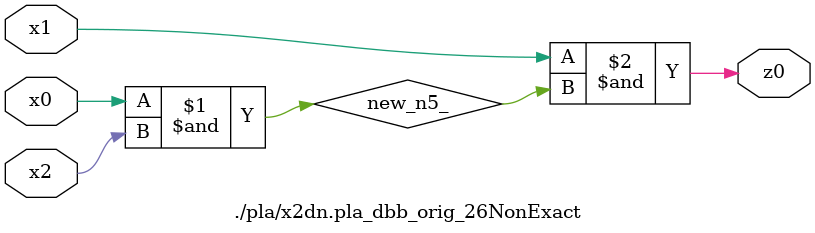
<source format=v>

module \./pla/x2dn.pla_dbb_orig_26NonExact  ( 
    x0, x1, x2,
    z0  );
  input  x0, x1, x2;
  output z0;
  wire new_n5_;
  assign new_n5_ = x0 & x2;
  assign z0 = x1 & new_n5_;
endmodule



</source>
